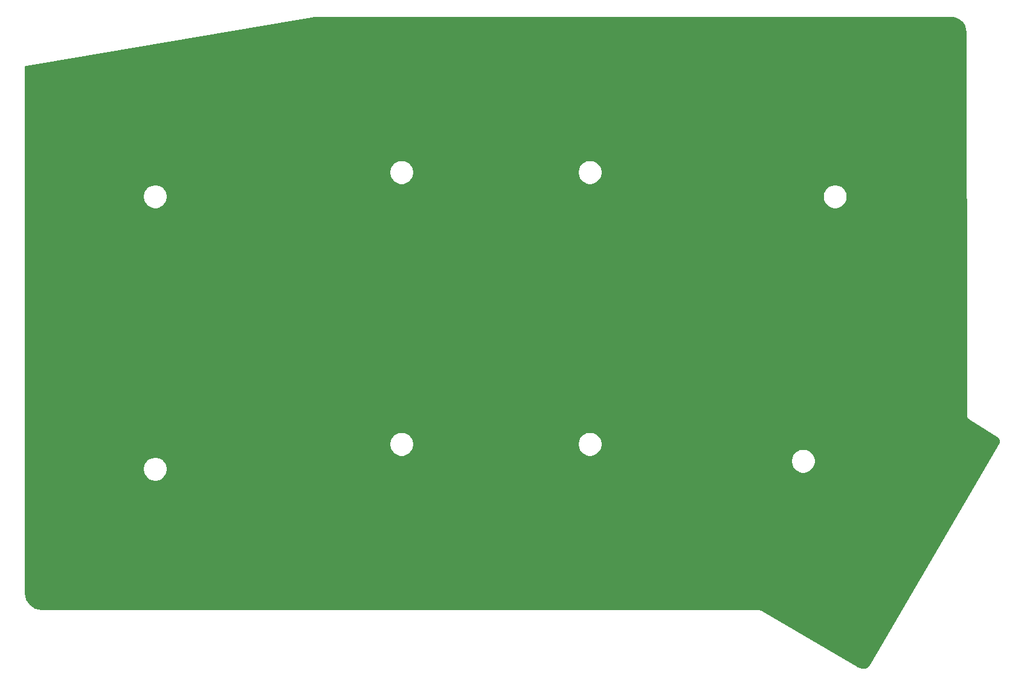
<source format=gbr>
%TF.GenerationSoftware,KiCad,Pcbnew,(5.1.10)-1*%
%TF.CreationDate,2021-10-27T12:41:30-06:00*%
%TF.ProjectId,Bottom Plate,426f7474-6f6d-4205-906c-6174652e6b69,rev?*%
%TF.SameCoordinates,Original*%
%TF.FileFunction,Copper,L2,Bot*%
%TF.FilePolarity,Positive*%
%FSLAX46Y46*%
G04 Gerber Fmt 4.6, Leading zero omitted, Abs format (unit mm)*
G04 Created by KiCad (PCBNEW (5.1.10)-1) date 2021-10-27 12:41:30*
%MOMM*%
%LPD*%
G01*
G04 APERTURE LIST*
%TA.AperFunction,NonConductor*%
%ADD10C,0.254000*%
%TD*%
%TA.AperFunction,NonConductor*%
%ADD11C,0.100000*%
%TD*%
G04 APERTURE END LIST*
D10*
X205385182Y-47056814D02*
X205395057Y-47057678D01*
X205860639Y-47095138D01*
X206243099Y-47203363D01*
X206597252Y-47383813D01*
X206909607Y-47629613D01*
X207168273Y-47931403D01*
X207363394Y-48277688D01*
X207487539Y-48655275D01*
X207539701Y-49080106D01*
X207540045Y-49108221D01*
X207555251Y-49245952D01*
X207565127Y-49277275D01*
X207600001Y-95171261D01*
X207600000Y-102745638D01*
X207597022Y-102768528D01*
X207600000Y-102812930D01*
X207600000Y-102823646D01*
X207602253Y-102846517D01*
X207602686Y-102852981D01*
X207602419Y-102862794D01*
X207605814Y-102882679D01*
X207609912Y-102924282D01*
X207612335Y-102932269D01*
X207613912Y-102948282D01*
X207621013Y-102971691D01*
X207625130Y-102995802D01*
X207639656Y-103033764D01*
X207648823Y-103065880D01*
X207650685Y-103069506D01*
X207653081Y-103077405D01*
X207679243Y-103126351D01*
X207683647Y-103138294D01*
X207689449Y-103147766D01*
X207690307Y-103149577D01*
X207694081Y-103155867D01*
X207697365Y-103162435D01*
X207702995Y-103171378D01*
X207710458Y-103185913D01*
X207712362Y-103188313D01*
X207716688Y-103196406D01*
X207717381Y-103197251D01*
X207728689Y-103218406D01*
X207744600Y-103237794D01*
X207754132Y-103253354D01*
X207772315Y-103273030D01*
X207791205Y-103298476D01*
X207819542Y-103324135D01*
X207822763Y-103327621D01*
X207827863Y-103332154D01*
X207845759Y-103352869D01*
X207885293Y-103383674D01*
X207891226Y-103389046D01*
X207894776Y-103391172D01*
X207937594Y-103426311D01*
X207975059Y-103446337D01*
X211831370Y-105884221D01*
X211908702Y-105958290D01*
X211916539Y-105964361D01*
X212051976Y-106067779D01*
X212118675Y-106143342D01*
X212169427Y-106230420D01*
X212202299Y-106325698D01*
X212216038Y-106425545D01*
X212210122Y-106526163D01*
X212181007Y-106638218D01*
X212148220Y-106714112D01*
X212120448Y-106800795D01*
X194198135Y-137451463D01*
X194177337Y-137470019D01*
X194093829Y-137580597D01*
X194088715Y-137589089D01*
X193955832Y-137813248D01*
X193828401Y-137955473D01*
X193675769Y-138070241D01*
X193503747Y-138153178D01*
X193318900Y-138201122D01*
X193128255Y-138212249D01*
X192939082Y-138186135D01*
X192753567Y-138122041D01*
X192565485Y-138016020D01*
X192438710Y-137960081D01*
X192408535Y-137953331D01*
X178911356Y-130081014D01*
X178867577Y-130052778D01*
X178856602Y-130048439D01*
X178855577Y-130047778D01*
X178817781Y-130032836D01*
X178800132Y-130024745D01*
X178791406Y-130020081D01*
X178788015Y-130019052D01*
X178773183Y-130012029D01*
X178728917Y-130000919D01*
X178712695Y-129995512D01*
X178703583Y-129993440D01*
X178662283Y-129980912D01*
X178637935Y-129978514D01*
X178614089Y-129973092D01*
X178593238Y-129972524D01*
X178590344Y-129971997D01*
X178580032Y-129972164D01*
X178578403Y-129972120D01*
X178568714Y-129971696D01*
X178561647Y-129971000D01*
X178558800Y-129971000D01*
X178548647Y-129970000D01*
X178529949Y-129970000D01*
X178477539Y-129967707D01*
X178462633Y-129970000D01*
X99139980Y-129970000D01*
X78176792Y-129965043D01*
X78079612Y-129944408D01*
X78069753Y-129943374D01*
X77575663Y-129895035D01*
X77167024Y-129771755D01*
X76790106Y-129571447D01*
X76459280Y-129301751D01*
X76187134Y-128972926D01*
X75984042Y-128597506D01*
X75857738Y-128189795D01*
X75809831Y-127734930D01*
X75809991Y-127703137D01*
X75797162Y-127565165D01*
X75785000Y-127524138D01*
X75785000Y-110179117D01*
X92225000Y-110179117D01*
X92225000Y-110520883D01*
X92291675Y-110856081D01*
X92422463Y-111171831D01*
X92612337Y-111455998D01*
X92854002Y-111697663D01*
X93138169Y-111887537D01*
X93453919Y-112018325D01*
X93789117Y-112085000D01*
X94130883Y-112085000D01*
X94466081Y-112018325D01*
X94781831Y-111887537D01*
X95065998Y-111697663D01*
X95307663Y-111455998D01*
X95497537Y-111171831D01*
X95628325Y-110856081D01*
X95695000Y-110520883D01*
X95695000Y-110179117D01*
X95628325Y-109843919D01*
X95497537Y-109528169D01*
X95307663Y-109244002D01*
X95112778Y-109049117D01*
X183045000Y-109049117D01*
X183045000Y-109390883D01*
X183111675Y-109726081D01*
X183242463Y-110041831D01*
X183432337Y-110325998D01*
X183674002Y-110567663D01*
X183958169Y-110757537D01*
X184273919Y-110888325D01*
X184609117Y-110955000D01*
X184950883Y-110955000D01*
X185286081Y-110888325D01*
X185601831Y-110757537D01*
X185885998Y-110567663D01*
X186127663Y-110325998D01*
X186317537Y-110041831D01*
X186448325Y-109726081D01*
X186515000Y-109390883D01*
X186515000Y-109049117D01*
X186448325Y-108713919D01*
X186317537Y-108398169D01*
X186127663Y-108114002D01*
X185885998Y-107872337D01*
X185601831Y-107682463D01*
X185286081Y-107551675D01*
X184950883Y-107485000D01*
X184609117Y-107485000D01*
X184273919Y-107551675D01*
X183958169Y-107682463D01*
X183674002Y-107872337D01*
X183432337Y-108114002D01*
X183242463Y-108398169D01*
X183111675Y-108713919D01*
X183045000Y-109049117D01*
X95112778Y-109049117D01*
X95065998Y-109002337D01*
X94781831Y-108812463D01*
X94466081Y-108681675D01*
X94130883Y-108615000D01*
X93789117Y-108615000D01*
X93453919Y-108681675D01*
X93138169Y-108812463D01*
X92854002Y-109002337D01*
X92612337Y-109244002D01*
X92422463Y-109528169D01*
X92291675Y-109843919D01*
X92225000Y-110179117D01*
X75785000Y-110179117D01*
X75785000Y-106679117D01*
X126765000Y-106679117D01*
X126765000Y-107020883D01*
X126831675Y-107356081D01*
X126962463Y-107671831D01*
X127152337Y-107955998D01*
X127394002Y-108197663D01*
X127678169Y-108387537D01*
X127993919Y-108518325D01*
X128329117Y-108585000D01*
X128670883Y-108585000D01*
X129006081Y-108518325D01*
X129321831Y-108387537D01*
X129605998Y-108197663D01*
X129847663Y-107955998D01*
X130037537Y-107671831D01*
X130168325Y-107356081D01*
X130235000Y-107020883D01*
X130235000Y-106679117D01*
X153175000Y-106679117D01*
X153175000Y-107020883D01*
X153241675Y-107356081D01*
X153372463Y-107671831D01*
X153562337Y-107955998D01*
X153804002Y-108197663D01*
X154088169Y-108387537D01*
X154403919Y-108518325D01*
X154739117Y-108585000D01*
X155080883Y-108585000D01*
X155416081Y-108518325D01*
X155731831Y-108387537D01*
X156015998Y-108197663D01*
X156257663Y-107955998D01*
X156447537Y-107671831D01*
X156578325Y-107356081D01*
X156645000Y-107020883D01*
X156645000Y-106679117D01*
X156578325Y-106343919D01*
X156447537Y-106028169D01*
X156257663Y-105744002D01*
X156015998Y-105502337D01*
X155731831Y-105312463D01*
X155416081Y-105181675D01*
X155080883Y-105115000D01*
X154739117Y-105115000D01*
X154403919Y-105181675D01*
X154088169Y-105312463D01*
X153804002Y-105502337D01*
X153562337Y-105744002D01*
X153372463Y-106028169D01*
X153241675Y-106343919D01*
X153175000Y-106679117D01*
X130235000Y-106679117D01*
X130168325Y-106343919D01*
X130037537Y-106028169D01*
X129847663Y-105744002D01*
X129605998Y-105502337D01*
X129321831Y-105312463D01*
X129006081Y-105181675D01*
X128670883Y-105115000D01*
X128329117Y-105115000D01*
X127993919Y-105181675D01*
X127678169Y-105312463D01*
X127394002Y-105502337D01*
X127152337Y-105744002D01*
X126962463Y-106028169D01*
X126831675Y-106343919D01*
X126765000Y-106679117D01*
X75785000Y-106679117D01*
X75785000Y-71979117D01*
X92225000Y-71979117D01*
X92225000Y-72320883D01*
X92291675Y-72656081D01*
X92422463Y-72971831D01*
X92612337Y-73255998D01*
X92854002Y-73497663D01*
X93138169Y-73687537D01*
X93453919Y-73818325D01*
X93789117Y-73885000D01*
X94130883Y-73885000D01*
X94466081Y-73818325D01*
X94781831Y-73687537D01*
X95065998Y-73497663D01*
X95307663Y-73255998D01*
X95497537Y-72971831D01*
X95628325Y-72656081D01*
X95695000Y-72320883D01*
X95695000Y-71979117D01*
X187515000Y-71979117D01*
X187515000Y-72320883D01*
X187581675Y-72656081D01*
X187712463Y-72971831D01*
X187902337Y-73255998D01*
X188144002Y-73497663D01*
X188428169Y-73687537D01*
X188743919Y-73818325D01*
X189079117Y-73885000D01*
X189420883Y-73885000D01*
X189756081Y-73818325D01*
X190071831Y-73687537D01*
X190355998Y-73497663D01*
X190597663Y-73255998D01*
X190787537Y-72971831D01*
X190918325Y-72656081D01*
X190985000Y-72320883D01*
X190985000Y-71979117D01*
X190918325Y-71643919D01*
X190787537Y-71328169D01*
X190597663Y-71044002D01*
X190355998Y-70802337D01*
X190071831Y-70612463D01*
X189756081Y-70481675D01*
X189420883Y-70415000D01*
X189079117Y-70415000D01*
X188743919Y-70481675D01*
X188428169Y-70612463D01*
X188144002Y-70802337D01*
X187902337Y-71044002D01*
X187712463Y-71328169D01*
X187581675Y-71643919D01*
X187515000Y-71979117D01*
X95695000Y-71979117D01*
X95628325Y-71643919D01*
X95497537Y-71328169D01*
X95307663Y-71044002D01*
X95065998Y-70802337D01*
X94781831Y-70612463D01*
X94466081Y-70481675D01*
X94130883Y-70415000D01*
X93789117Y-70415000D01*
X93453919Y-70481675D01*
X93138169Y-70612463D01*
X92854002Y-70802337D01*
X92612337Y-71044002D01*
X92422463Y-71328169D01*
X92291675Y-71643919D01*
X92225000Y-71979117D01*
X75785000Y-71979117D01*
X75785000Y-68579117D01*
X126765000Y-68579117D01*
X126765000Y-68920883D01*
X126831675Y-69256081D01*
X126962463Y-69571831D01*
X127152337Y-69855998D01*
X127394002Y-70097663D01*
X127678169Y-70287537D01*
X127993919Y-70418325D01*
X128329117Y-70485000D01*
X128670883Y-70485000D01*
X129006081Y-70418325D01*
X129321831Y-70287537D01*
X129605998Y-70097663D01*
X129847663Y-69855998D01*
X130037537Y-69571831D01*
X130168325Y-69256081D01*
X130235000Y-68920883D01*
X130235000Y-68579117D01*
X153175000Y-68579117D01*
X153175000Y-68920883D01*
X153241675Y-69256081D01*
X153372463Y-69571831D01*
X153562337Y-69855998D01*
X153804002Y-70097663D01*
X154088169Y-70287537D01*
X154403919Y-70418325D01*
X154739117Y-70485000D01*
X155080883Y-70485000D01*
X155416081Y-70418325D01*
X155731831Y-70287537D01*
X156015998Y-70097663D01*
X156257663Y-69855998D01*
X156447537Y-69571831D01*
X156578325Y-69256081D01*
X156645000Y-68920883D01*
X156645000Y-68579117D01*
X156578325Y-68243919D01*
X156447537Y-67928169D01*
X156257663Y-67644002D01*
X156015998Y-67402337D01*
X155731831Y-67212463D01*
X155416081Y-67081675D01*
X155080883Y-67015000D01*
X154739117Y-67015000D01*
X154403919Y-67081675D01*
X154088169Y-67212463D01*
X153804002Y-67402337D01*
X153562337Y-67644002D01*
X153372463Y-67928169D01*
X153241675Y-68243919D01*
X153175000Y-68579117D01*
X130235000Y-68579117D01*
X130168325Y-68243919D01*
X130037537Y-67928169D01*
X129847663Y-67644002D01*
X129605998Y-67402337D01*
X129321831Y-67212463D01*
X129006081Y-67081675D01*
X128670883Y-67015000D01*
X128329117Y-67015000D01*
X127993919Y-67081675D01*
X127678169Y-67212463D01*
X127394002Y-67402337D01*
X127152337Y-67644002D01*
X126962463Y-67928169D01*
X126831675Y-68243919D01*
X126765000Y-68579117D01*
X75785000Y-68579117D01*
X75785000Y-54025944D01*
X75801148Y-53949970D01*
X75840399Y-53945980D01*
X75883161Y-53932902D01*
X75905762Y-53928263D01*
X75925607Y-53919921D01*
X75972909Y-53905455D01*
X75992073Y-53895177D01*
X116348807Y-47035000D01*
X132193647Y-47035000D01*
X205272774Y-47034964D01*
X205385182Y-47056814D01*
%TA.AperFunction,NonConductor*%
D11*
G36*
X205385182Y-47056814D02*
G01*
X205395057Y-47057678D01*
X205860639Y-47095138D01*
X206243099Y-47203363D01*
X206597252Y-47383813D01*
X206909607Y-47629613D01*
X207168273Y-47931403D01*
X207363394Y-48277688D01*
X207487539Y-48655275D01*
X207539701Y-49080106D01*
X207540045Y-49108221D01*
X207555251Y-49245952D01*
X207565127Y-49277275D01*
X207600001Y-95171261D01*
X207600000Y-102745638D01*
X207597022Y-102768528D01*
X207600000Y-102812930D01*
X207600000Y-102823646D01*
X207602253Y-102846517D01*
X207602686Y-102852981D01*
X207602419Y-102862794D01*
X207605814Y-102882679D01*
X207609912Y-102924282D01*
X207612335Y-102932269D01*
X207613912Y-102948282D01*
X207621013Y-102971691D01*
X207625130Y-102995802D01*
X207639656Y-103033764D01*
X207648823Y-103065880D01*
X207650685Y-103069506D01*
X207653081Y-103077405D01*
X207679243Y-103126351D01*
X207683647Y-103138294D01*
X207689449Y-103147766D01*
X207690307Y-103149577D01*
X207694081Y-103155867D01*
X207697365Y-103162435D01*
X207702995Y-103171378D01*
X207710458Y-103185913D01*
X207712362Y-103188313D01*
X207716688Y-103196406D01*
X207717381Y-103197251D01*
X207728689Y-103218406D01*
X207744600Y-103237794D01*
X207754132Y-103253354D01*
X207772315Y-103273030D01*
X207791205Y-103298476D01*
X207819542Y-103324135D01*
X207822763Y-103327621D01*
X207827863Y-103332154D01*
X207845759Y-103352869D01*
X207885293Y-103383674D01*
X207891226Y-103389046D01*
X207894776Y-103391172D01*
X207937594Y-103426311D01*
X207975059Y-103446337D01*
X211831370Y-105884221D01*
X211908702Y-105958290D01*
X211916539Y-105964361D01*
X212051976Y-106067779D01*
X212118675Y-106143342D01*
X212169427Y-106230420D01*
X212202299Y-106325698D01*
X212216038Y-106425545D01*
X212210122Y-106526163D01*
X212181007Y-106638218D01*
X212148220Y-106714112D01*
X212120448Y-106800795D01*
X194198135Y-137451463D01*
X194177337Y-137470019D01*
X194093829Y-137580597D01*
X194088715Y-137589089D01*
X193955832Y-137813248D01*
X193828401Y-137955473D01*
X193675769Y-138070241D01*
X193503747Y-138153178D01*
X193318900Y-138201122D01*
X193128255Y-138212249D01*
X192939082Y-138186135D01*
X192753567Y-138122041D01*
X192565485Y-138016020D01*
X192438710Y-137960081D01*
X192408535Y-137953331D01*
X178911356Y-130081014D01*
X178867577Y-130052778D01*
X178856602Y-130048439D01*
X178855577Y-130047778D01*
X178817781Y-130032836D01*
X178800132Y-130024745D01*
X178791406Y-130020081D01*
X178788015Y-130019052D01*
X178773183Y-130012029D01*
X178728917Y-130000919D01*
X178712695Y-129995512D01*
X178703583Y-129993440D01*
X178662283Y-129980912D01*
X178637935Y-129978514D01*
X178614089Y-129973092D01*
X178593238Y-129972524D01*
X178590344Y-129971997D01*
X178580032Y-129972164D01*
X178578403Y-129972120D01*
X178568714Y-129971696D01*
X178561647Y-129971000D01*
X178558800Y-129971000D01*
X178548647Y-129970000D01*
X178529949Y-129970000D01*
X178477539Y-129967707D01*
X178462633Y-129970000D01*
X99139980Y-129970000D01*
X78176792Y-129965043D01*
X78079612Y-129944408D01*
X78069753Y-129943374D01*
X77575663Y-129895035D01*
X77167024Y-129771755D01*
X76790106Y-129571447D01*
X76459280Y-129301751D01*
X76187134Y-128972926D01*
X75984042Y-128597506D01*
X75857738Y-128189795D01*
X75809831Y-127734930D01*
X75809991Y-127703137D01*
X75797162Y-127565165D01*
X75785000Y-127524138D01*
X75785000Y-110179117D01*
X92225000Y-110179117D01*
X92225000Y-110520883D01*
X92291675Y-110856081D01*
X92422463Y-111171831D01*
X92612337Y-111455998D01*
X92854002Y-111697663D01*
X93138169Y-111887537D01*
X93453919Y-112018325D01*
X93789117Y-112085000D01*
X94130883Y-112085000D01*
X94466081Y-112018325D01*
X94781831Y-111887537D01*
X95065998Y-111697663D01*
X95307663Y-111455998D01*
X95497537Y-111171831D01*
X95628325Y-110856081D01*
X95695000Y-110520883D01*
X95695000Y-110179117D01*
X95628325Y-109843919D01*
X95497537Y-109528169D01*
X95307663Y-109244002D01*
X95112778Y-109049117D01*
X183045000Y-109049117D01*
X183045000Y-109390883D01*
X183111675Y-109726081D01*
X183242463Y-110041831D01*
X183432337Y-110325998D01*
X183674002Y-110567663D01*
X183958169Y-110757537D01*
X184273919Y-110888325D01*
X184609117Y-110955000D01*
X184950883Y-110955000D01*
X185286081Y-110888325D01*
X185601831Y-110757537D01*
X185885998Y-110567663D01*
X186127663Y-110325998D01*
X186317537Y-110041831D01*
X186448325Y-109726081D01*
X186515000Y-109390883D01*
X186515000Y-109049117D01*
X186448325Y-108713919D01*
X186317537Y-108398169D01*
X186127663Y-108114002D01*
X185885998Y-107872337D01*
X185601831Y-107682463D01*
X185286081Y-107551675D01*
X184950883Y-107485000D01*
X184609117Y-107485000D01*
X184273919Y-107551675D01*
X183958169Y-107682463D01*
X183674002Y-107872337D01*
X183432337Y-108114002D01*
X183242463Y-108398169D01*
X183111675Y-108713919D01*
X183045000Y-109049117D01*
X95112778Y-109049117D01*
X95065998Y-109002337D01*
X94781831Y-108812463D01*
X94466081Y-108681675D01*
X94130883Y-108615000D01*
X93789117Y-108615000D01*
X93453919Y-108681675D01*
X93138169Y-108812463D01*
X92854002Y-109002337D01*
X92612337Y-109244002D01*
X92422463Y-109528169D01*
X92291675Y-109843919D01*
X92225000Y-110179117D01*
X75785000Y-110179117D01*
X75785000Y-106679117D01*
X126765000Y-106679117D01*
X126765000Y-107020883D01*
X126831675Y-107356081D01*
X126962463Y-107671831D01*
X127152337Y-107955998D01*
X127394002Y-108197663D01*
X127678169Y-108387537D01*
X127993919Y-108518325D01*
X128329117Y-108585000D01*
X128670883Y-108585000D01*
X129006081Y-108518325D01*
X129321831Y-108387537D01*
X129605998Y-108197663D01*
X129847663Y-107955998D01*
X130037537Y-107671831D01*
X130168325Y-107356081D01*
X130235000Y-107020883D01*
X130235000Y-106679117D01*
X153175000Y-106679117D01*
X153175000Y-107020883D01*
X153241675Y-107356081D01*
X153372463Y-107671831D01*
X153562337Y-107955998D01*
X153804002Y-108197663D01*
X154088169Y-108387537D01*
X154403919Y-108518325D01*
X154739117Y-108585000D01*
X155080883Y-108585000D01*
X155416081Y-108518325D01*
X155731831Y-108387537D01*
X156015998Y-108197663D01*
X156257663Y-107955998D01*
X156447537Y-107671831D01*
X156578325Y-107356081D01*
X156645000Y-107020883D01*
X156645000Y-106679117D01*
X156578325Y-106343919D01*
X156447537Y-106028169D01*
X156257663Y-105744002D01*
X156015998Y-105502337D01*
X155731831Y-105312463D01*
X155416081Y-105181675D01*
X155080883Y-105115000D01*
X154739117Y-105115000D01*
X154403919Y-105181675D01*
X154088169Y-105312463D01*
X153804002Y-105502337D01*
X153562337Y-105744002D01*
X153372463Y-106028169D01*
X153241675Y-106343919D01*
X153175000Y-106679117D01*
X130235000Y-106679117D01*
X130168325Y-106343919D01*
X130037537Y-106028169D01*
X129847663Y-105744002D01*
X129605998Y-105502337D01*
X129321831Y-105312463D01*
X129006081Y-105181675D01*
X128670883Y-105115000D01*
X128329117Y-105115000D01*
X127993919Y-105181675D01*
X127678169Y-105312463D01*
X127394002Y-105502337D01*
X127152337Y-105744002D01*
X126962463Y-106028169D01*
X126831675Y-106343919D01*
X126765000Y-106679117D01*
X75785000Y-106679117D01*
X75785000Y-71979117D01*
X92225000Y-71979117D01*
X92225000Y-72320883D01*
X92291675Y-72656081D01*
X92422463Y-72971831D01*
X92612337Y-73255998D01*
X92854002Y-73497663D01*
X93138169Y-73687537D01*
X93453919Y-73818325D01*
X93789117Y-73885000D01*
X94130883Y-73885000D01*
X94466081Y-73818325D01*
X94781831Y-73687537D01*
X95065998Y-73497663D01*
X95307663Y-73255998D01*
X95497537Y-72971831D01*
X95628325Y-72656081D01*
X95695000Y-72320883D01*
X95695000Y-71979117D01*
X187515000Y-71979117D01*
X187515000Y-72320883D01*
X187581675Y-72656081D01*
X187712463Y-72971831D01*
X187902337Y-73255998D01*
X188144002Y-73497663D01*
X188428169Y-73687537D01*
X188743919Y-73818325D01*
X189079117Y-73885000D01*
X189420883Y-73885000D01*
X189756081Y-73818325D01*
X190071831Y-73687537D01*
X190355998Y-73497663D01*
X190597663Y-73255998D01*
X190787537Y-72971831D01*
X190918325Y-72656081D01*
X190985000Y-72320883D01*
X190985000Y-71979117D01*
X190918325Y-71643919D01*
X190787537Y-71328169D01*
X190597663Y-71044002D01*
X190355998Y-70802337D01*
X190071831Y-70612463D01*
X189756081Y-70481675D01*
X189420883Y-70415000D01*
X189079117Y-70415000D01*
X188743919Y-70481675D01*
X188428169Y-70612463D01*
X188144002Y-70802337D01*
X187902337Y-71044002D01*
X187712463Y-71328169D01*
X187581675Y-71643919D01*
X187515000Y-71979117D01*
X95695000Y-71979117D01*
X95628325Y-71643919D01*
X95497537Y-71328169D01*
X95307663Y-71044002D01*
X95065998Y-70802337D01*
X94781831Y-70612463D01*
X94466081Y-70481675D01*
X94130883Y-70415000D01*
X93789117Y-70415000D01*
X93453919Y-70481675D01*
X93138169Y-70612463D01*
X92854002Y-70802337D01*
X92612337Y-71044002D01*
X92422463Y-71328169D01*
X92291675Y-71643919D01*
X92225000Y-71979117D01*
X75785000Y-71979117D01*
X75785000Y-68579117D01*
X126765000Y-68579117D01*
X126765000Y-68920883D01*
X126831675Y-69256081D01*
X126962463Y-69571831D01*
X127152337Y-69855998D01*
X127394002Y-70097663D01*
X127678169Y-70287537D01*
X127993919Y-70418325D01*
X128329117Y-70485000D01*
X128670883Y-70485000D01*
X129006081Y-70418325D01*
X129321831Y-70287537D01*
X129605998Y-70097663D01*
X129847663Y-69855998D01*
X130037537Y-69571831D01*
X130168325Y-69256081D01*
X130235000Y-68920883D01*
X130235000Y-68579117D01*
X153175000Y-68579117D01*
X153175000Y-68920883D01*
X153241675Y-69256081D01*
X153372463Y-69571831D01*
X153562337Y-69855998D01*
X153804002Y-70097663D01*
X154088169Y-70287537D01*
X154403919Y-70418325D01*
X154739117Y-70485000D01*
X155080883Y-70485000D01*
X155416081Y-70418325D01*
X155731831Y-70287537D01*
X156015998Y-70097663D01*
X156257663Y-69855998D01*
X156447537Y-69571831D01*
X156578325Y-69256081D01*
X156645000Y-68920883D01*
X156645000Y-68579117D01*
X156578325Y-68243919D01*
X156447537Y-67928169D01*
X156257663Y-67644002D01*
X156015998Y-67402337D01*
X155731831Y-67212463D01*
X155416081Y-67081675D01*
X155080883Y-67015000D01*
X154739117Y-67015000D01*
X154403919Y-67081675D01*
X154088169Y-67212463D01*
X153804002Y-67402337D01*
X153562337Y-67644002D01*
X153372463Y-67928169D01*
X153241675Y-68243919D01*
X153175000Y-68579117D01*
X130235000Y-68579117D01*
X130168325Y-68243919D01*
X130037537Y-67928169D01*
X129847663Y-67644002D01*
X129605998Y-67402337D01*
X129321831Y-67212463D01*
X129006081Y-67081675D01*
X128670883Y-67015000D01*
X128329117Y-67015000D01*
X127993919Y-67081675D01*
X127678169Y-67212463D01*
X127394002Y-67402337D01*
X127152337Y-67644002D01*
X126962463Y-67928169D01*
X126831675Y-68243919D01*
X126765000Y-68579117D01*
X75785000Y-68579117D01*
X75785000Y-54025944D01*
X75801148Y-53949970D01*
X75840399Y-53945980D01*
X75883161Y-53932902D01*
X75905762Y-53928263D01*
X75925607Y-53919921D01*
X75972909Y-53905455D01*
X75992073Y-53895177D01*
X116348807Y-47035000D01*
X132193647Y-47035000D01*
X205272774Y-47034964D01*
X205385182Y-47056814D01*
G37*
%TD.AperFunction*%
M02*

</source>
